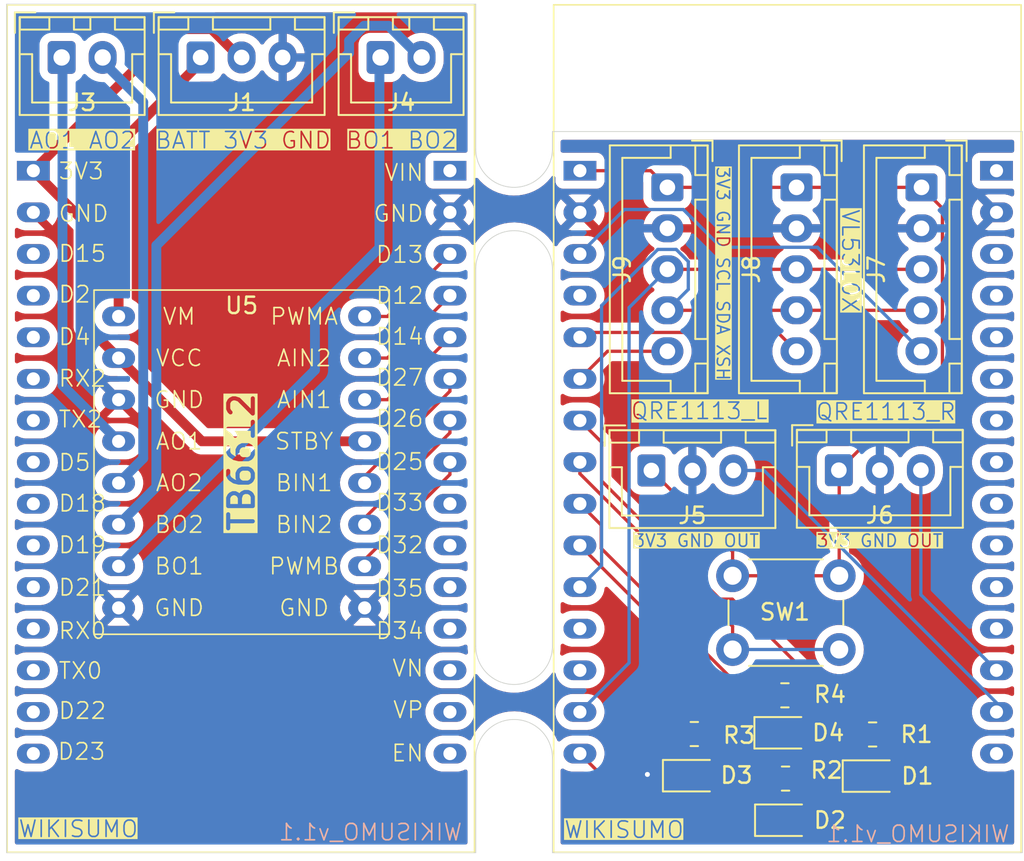
<source format=kicad_pcb>
(kicad_pcb (version 20221018) (generator pcbnew)
  (layers (0 "F.Cu" signal) (31 "B.Cu" signal) (34 "B.Paste" user) (35 "F.Paste" user) (36 "B.SilkS" user "B.Silkscreen") (37 "F.SilkS" user "F.Silkscreen") (38 "B.Mask" user) (39 "F.Mask" user) (44 "Edge.Cuts" user))
  (net 0 "")
  (net 1 "GND")
  (net 2 "TB6612-12V")
  (net 23 "TB6612-3V3")
  (net 24 "TB6612-AO1")
  (net 25 "TB6612-AO2")
  (net 26 "TB6612-BO1")
  (net 27 "TB6612-BO2")
  (net 28 "CON-3V3")
  (net 30 "QRE1113-L")
  (net 31 "QRE1113-R")
  (net 32 "CON-SCL")
  (net 34 "CON-SDA")
  (net 35 "VL53L0X-L")
  (net 36 "VL53L0X-C")
  (net 37 "VL53L0X-R")
  (net 38 "PIN-LED-L")
  (net 39 "PIN-LED-F")
  (net 40 "PIN-LED-R")
  (net 43 "PIN-LED-B")
  (net 44 "PIN-KEY")
  (net 46 "TB6612-PWMB")
  (net 47 "TB6612-BIN2")
  (net 58 "TB6612-BIN1")
  (net 60 "TB6612-AIN1")
  (net 61 "TB6612-AIN2")
  (net 62 "TB6612-PWMA")
  (net 63 "Net-(D1-A)")
  (net 64 "Net-(D2-A)")
  (net 65 "Net-(D3-A)")
  (net 66 "Net-(D4-A)")
  (footprint "LED_SMD:LED_0805_2012Metric_Pad1.15x1.40mm_HandSolder" (layer "F.Cu") (at 74.0696 72.4916)
    (fp_text reference "D1" (at 2.6892 0) (layer "F.SilkS"))
    (fp_text value "LED")
    (pad "1" smd roundrect (at -1.025 0) (size 1.15 1.4) (layers "F.Cu" "F.Paste" "F.Mask") (roundrect_rratio 0.2173913043) (net 1 "GND"))
    (pad "2" smd roundrect (at 1.025 0) (size 1.15 1.4) (layers "F.Cu" "F.Paste" "F.Mask") (roundrect_rratio 0.2173913043) (net 63 "Net-(D1-A)"))
  )
  (footprint "LED_SMD:LED_0805_2012Metric_Pad1.15x1.40mm_HandSolder" (layer "F.Cu") (at 68.6838 69.85)
    (fp_text reference "D4" (at 2.6394 0) (layer "F.SilkS"))
    (fp_text value "LED")
    (pad "1" smd roundrect (at -1.025 0) (size 1.15 1.4) (layers "F.Cu" "F.Paste" "F.Mask") (roundrect_rratio 0.2173913043) (net 1 "GND"))
    (pad "2" smd roundrect (at 1.025 0) (size 1.15 1.4) (layers "F.Cu" "F.Paste" "F.Mask") (roundrect_rratio 0.2173913043) (net 66 "Net-(D4-A)"))
  )
  (footprint "Connector_JST:JST_XH_B3B-XH-A_1x03_P2.50mm_Vertical" (layer "F.Cu") (at 71.9728 53.831)
    (fp_text reference "J6" (at 2.5 2.75) (layer "F.SilkS"))
    (fp_text value "Conn_01x03")
    (pad "1" thru_hole roundrect (at 0 0) (size 1.7 1.95) (drill 0.95) (layers "*.Cu" "*.Mask") (roundrect_rratio 0.1470588235) (net 28 "CON-3V3"))
    (pad "2" thru_hole oval (at 2.5 0) (size 1.7 1.95) (drill 0.95) (layers "*.Cu" "*.Mask") (net 1 "GND"))
    (pad "3" thru_hole oval (at 5 0) (size 1.7 1.95) (drill 0.95) (layers "*.Cu" "*.Mask") (net 31 "QRE1113-R"))
  )
  (footprint "Resistor_SMD:R_0805_2012Metric_Pad1.20x1.40mm_HandSolder" (layer "F.Cu") (at 68.723 72.644)
    (fp_text reference "R2" (at 2.4986 -0.508) (layer "F.SilkS"))
    (fp_text value "R")
    (pad "1" smd roundrect (at -1 0) (size 1.2 1.4) (layers "F.Cu" "F.Paste" "F.Mask") (roundrect_rratio 0.2083333333) (net 39 "PIN-LED-F"))
    (pad "2" smd roundrect (at 1 0) (size 1.2 1.4) (layers "F.Cu" "F.Paste" "F.Mask") (roundrect_rratio 0.2083333333) (net 64 "Net-(D2-A)"))
  )
  (footprint "Connector_JST:JST_XH_B3B-XH-A_1x03_P2.50mm_Vertical" (layer "F.Cu") (at 33.06 28.6512)
    (fp_text reference "J1" (at 2.5 2.75) (layer "F.SilkS"))
    (fp_text value "Conn_01x03")
    (pad "1" thru_hole roundrect (at 0 0) (size 1.7 1.95) (drill 0.95) (layers "*.Cu" "*.Mask") (roundrect_rratio 0.1470588235) (net 2 "TB6612-12V"))
    (pad "2" thru_hole oval (at 2.5 0) (size 1.7 1.95) (drill 0.95) (layers "*.Cu" "*.Mask") (net 23 "TB6612-3V3"))
    (pad "3" thru_hole oval (at 5 0) (size 1.7 1.95) (drill 0.95) (layers "*.Cu" "*.Mask") (net 1 "GND"))
  )
  (footprint "Connector_JST:JST_XH_B2B-XH-A_1x02_P2.50mm_Vertical" (layer "F.Cu") (at 44.0328 28.6512)
    (fp_text reference "J4" (at 1.25 2.75) (layer "F.SilkS"))
    (fp_text value "Conn_01x02")
    (pad "1" thru_hole roundrect (at 0 0) (size 1.7 2) (drill 1) (layers "*.Cu" "*.Mask") (roundrect_rratio 0.1470588235) (net 26 "TB6612-BO1"))
    (pad "2" thru_hole oval (at 2.5 0) (size 1.7 2) (drill 1) (layers "*.Cu" "*.Mask") (net 27 "TB6612-BO2"))
  )
  (footprint "Connector_JST:JST_XH_B5B-XH-A_1x05_P2.50mm_Vertical" (layer "F.Cu") (at 77.0128 36.576 -90)
    (fp_text reference "J7" (at 5 2.75 90) (layer "F.SilkS"))
    (fp_text value "Conn_01x05")
    (pad "1" thru_hole roundrect (at 0 0 270) (size 1.7 1.95) (drill 0.95) (layers "*.Cu" "*.Mask") (roundrect_rratio 0.1470588235) (net 28 "CON-3V3"))
    (pad "2" thru_hole oval (at 2.5 0 270) (size 1.7 1.95) (drill 0.95) (layers "*.Cu" "*.Mask") (net 1 "GND"))
    (pad "3" thru_hole oval (at 5 0 270) (size 1.7 1.95) (drill 0.95) (layers "*.Cu" "*.Mask") (net 32 "CON-SCL"))
    (pad "4" thru_hole oval (at 7.5 0 270) (size 1.7 1.95) (drill 0.95) (layers "*.Cu" "*.Mask") (net 34 "CON-SDA"))
    (pad "5" thru_hole oval (at 10 0 270) (size 1.7 1.95) (drill 0.95) (layers "*.Cu" "*.Mask") (net 35 "VL53L0X-L"))
  )
  (footprint "Resistor_SMD:R_0805_2012Metric_Pad1.20x1.40mm_HandSolder" (layer "F.Cu") (at 68.6838 67.564)
    (fp_text reference "R4" (at 2.741 -0.0508) (layer "F.SilkS"))
    (fp_text value "R")
    (pad "1" smd roundrect (at -1 0) (size 1.2 1.4) (layers "F.Cu" "F.Paste" "F.Mask") (roundrect_rratio 0.2083333333) (net 43 "PIN-LED-B"))
    (pad "2" smd roundrect (at 1 0) (size 1.2 1.4) (layers "F.Cu" "F.Paste" "F.Mask") (roundrect_rratio 0.2083333333) (net 66 "Net-(D4-A)"))
  )
  (footprint "Resistor_SMD:R_0805_2012Metric_Pad1.20x1.40mm_HandSolder" (layer "F.Cu") (at 74.0316 69.9516)
    (fp_text reference "R1" (at 2.6764 0) (layer "F.SilkS"))
    (fp_text value "R")
    (pad "1" smd roundrect (at -1 0) (size 1.2 1.4) (layers "F.Cu" "F.Paste" "F.Mask") (roundrect_rratio 0.2083333333) (net 38 "PIN-LED-L"))
    (pad "2" smd roundrect (at 1 0) (size 1.2 1.4) (layers "F.Cu" "F.Paste" "F.Mask") (roundrect_rratio 0.2083333333) (net 63 "Net-(D1-A)"))
  )
  (footprint "Button_Switch_THT:SW_PUSH_6mm_H5mm" (layer "F.Cu") (at 65.4948 60.27)
    (fp_text reference "SW1" (at 3.1868 2.214) (layer "F.SilkS"))
    (fp_text value "SW_DIP_x01")
    (pad "1" thru_hole circle (at 0 0 90) (size 2 2) (drill 1.1) (layers "*.Cu" "*.Mask") (net 28 "CON-3V3"))
    (pad "1" thru_hole circle (at 6.5 0 90) (size 2 2) (drill 1.1) (layers "*.Cu" "*.Mask") (net 28 "CON-3V3"))
    (pad "2" thru_hole circle (at 0 4.5 90) (size 2 2) (drill 1.1) (layers "*.Cu" "*.Mask") (net 44 "PIN-KEY"))
    (pad "2" thru_hole circle (at 6.5 4.5 90) (size 2 2) (drill 1.1) (layers "*.Cu" "*.Mask") (net 44 "PIN-KEY"))
  )
  (footprint "Connector_JST:JST_XH_B5B-XH-A_1x05_P2.50mm_Vertical" (layer "F.Cu") (at 69.3928 36.576 -90)
    (fp_text reference "J8" (at 5 2.75 90) (layer "F.SilkS"))
    (fp_text value "Conn_01x05")
    (pad "1" thru_hole roundrect (at 0 0 270) (size 1.7 1.95) (drill 0.95) (layers "*.Cu" "*.Mask") (roundrect_rratio 0.1470588235) (net 28 "CON-3V3"))
    (pad "2" thru_hole oval (at 2.5 0 270) (size 1.7 1.95) (drill 0.95) (layers "*.Cu" "*.Mask") (net 1 "GND"))
    (pad "3" thru_hole oval (at 5 0 270) (size 1.7 1.95) (drill 0.95) (layers "*.Cu" "*.Mask") (net 32 "CON-SCL"))
    (pad "4" thru_hole oval (at 7.5 0 270) (size 1.7 1.95) (drill 0.95) (layers "*.Cu" "*.Mask") (net 34 "CON-SDA"))
    (pad "5" thru_hole oval (at 10 0 270) (size 1.7 1.95) (drill 0.95) (layers "*.Cu" "*.Mask") (net 36 "VL53L0X-C"))
  )
  (footprint "wiki:TB6612" (layer "F.Cu") (at 35.56 53.34)
    (fp_text reference "U5" (at 0 -9.5504) (layer "F.SilkS"))
    (fp_text value "~" hide)
    (fp_text user "BIN2" (at 3.81 3.81) (layer "F.SilkS") (effects (font (thickness 0.1))))
    (fp_text user "AO2" (at -3.81 1.27) (layer "F.SilkS") (effects (font (thickness 0.1))))
    (fp_text user "AIN1" (at 3.81 -3.81) (layer "F.SilkS") (effects (font (thickness 0.1))))
    (fp_text user "BIN1" (at 3.81 1.27) (layer "F.SilkS") (effects (font (thickness 0.1))))
    (fp_text user "PWMB" (at 3.81 6.35) (layer "F.SilkS") (effects (font (thickness 0.1))))
    (fp_text user "GND" (at -3.81 8.89) (layer "F.SilkS") (effects (font (thickness 0.1))))
    (fp_text user "PWMA" (at 3.81 -8.89 unlocked) (layer "F.SilkS") (effects (font (thickness 0.1))))
    (fp_text user "GND" (at 3.81 8.89) (layer "F.SilkS") (effects (font (thickness 0.1))))
    (fp_text user "GND" (at -3.81 -3.81) (layer "F.SilkS") (effects (font (thickness 0.1))))
    (fp_text user "VM" (at -3.81 -8.89) (layer "F.SilkS") (effects (font (thickness 0.1))))
    (fp_text user "STBY" (at 3.81 -1.27) (layer "F.SilkS") (effects (font (thickness 0.1))))
    (fp_text user "AIN2" (at 3.81 -6.35) (layer "F.SilkS") (effects (font (thickness 0.1))))
    (fp_text user "BO1" (at -3.81 6.35) (layer "F.SilkS") (effects (font (thickness 0.1))))
    (fp_text user "TB6612" (at 0 0 90) (layer "F.SilkS" knockout) (effects (font (size 1.5 1.5) (thickness 0.25))))
    (fp_text user "VCC" (at -3.81 -6.35) (layer "F.SilkS") (effects (font (thickness 0.1))))
    (fp_text user "AO1" (at -3.81 -1.27) (layer "F.SilkS") (effects (font (thickness 0.1))))
    (fp_text user "BO2" (at -3.81 3.81) (layer "F.SilkS") (effects (font (thickness 0.1))))
    (pad "1" thru_hole oval (at -7.5 -8.89 270) (size 1.2 2) (drill 0.8) (layers "*.Cu" "*.Mask") (net 2 "TB6612-12V"))
    (pad "2" thru_hole oval (at -7.5 -6.35 270) (size 1.2 2) (drill 0.8) (layers "*.Cu" "*.Mask") (net 23 "TB6612-3V3"))
    (pad "3" thru_hole oval (at -7.5 -3.81 270) (size 1.2 2) (drill 0.8) (layers "*.Cu" "*.Mask") (net 1 "GND"))
    (pad "4" thru_hole oval (at -7.5 -1.27 270) (size 1.2 2) (drill 0.8) (layers "*.Cu" "*.Mask") (net 24 "TB6612-AO1"))
    (pad "5" thru_hole oval (at -7.5 1.27 270) (size 1.2 2) (drill 0.8) (layers "*.Cu" "*.Mask") (net 25 "TB6612-AO2"))
    (pad "6" thru_hole oval (at -7.5 3.81 270) (size 1.2 2) (drill 0.8) (layers "*.Cu" "*.Mask") (net 27 "TB6612-BO2"))
    (pad "7" thru_hole oval (at -7.5 6.35 270) (size 1.2 2) (drill 0.8) (layers "*.Cu" "*.Mask") (net 26 "TB6612-BO1"))
    (pad "8" thru_hole oval (at -7.5 8.89 270) (size 1.2 2) (drill 0.8) (layers "*.Cu" "*.Mask") (net 1 "GND"))
    (pad "9" thru_hole oval (at 7.5 -8.89 270) (size 1.2 2) (drill 0.8) (layers "*.Cu" "*.Mask") (net 62 "TB6612-PWMA"))
    (pad "10" thru_hole oval (at 7.5 -6.35 270) (size 1.2 2) (drill 0.8) (layers "*.Cu" "*.Mask") (net 61 "TB6612-AIN2"))
    (pad "11" thru_hole oval (at 7.5 -3.81 270) (size 1.2 2) (drill 0.8) (layers "*.Cu" "*.Mask") (net 60 "TB6612-AIN1"))
    (pad "12" thru_hole oval (at 7.5 -1.27 270) (size 1.2 2) (drill 0.8) (layers "*.Cu" "*.Mask") (net 23 "TB6612-3V3"))
    (pad "13" thru_hole oval (at 7.5 1.27 270) (size 1.2 2) (drill 0.8) (layers "*.Cu" "*.Mask") (net 58 "TB6612-BIN1"))
    (pad "14" thru_hole oval (at 7.5 3.81 270) (size 1.2 2) (drill 0.8) (layers "*.Cu" "*.Mask") (net 47 "TB6612-BIN2"))
    (pad "15" thru_hole oval (at 7.5 6.35 270) (size 1.2 2) (drill 0.8) (layers "*.Cu" "*.Mask") (net 46 "TB6612-PWMB"))
    (pad "16" thru_hole oval (at 7.5 8.89 270) (size 1.2 2) (drill 0.8) (layers "*.Cu" "*.Mask") (net 1 "GND"))
  )
  (footprint "Resistor_SMD:R_0805_2012Metric_Pad1.20x1.40mm_HandSolder" (layer "F.Cu") (at 63.1604 69.9262)
    (fp_text reference "R3" (at 2.7272 0.0762) (layer "F.SilkS"))
    (fp_text value "R")
    (pad "1" smd roundrect (at -1 0) (size 1.2 1.4) (layers "F.Cu" "F.Paste" "F.Mask") (roundrect_rratio 0.2083333333) (net 40 "PIN-LED-R"))
    (pad "2" smd roundrect (at 1 0) (size 1.2 1.4) (layers "F.Cu" "F.Paste" "F.Mask") (roundrect_rratio 0.2083333333) (net 65 "Net-(D3-A)"))
  )
  (footprint "LED_SMD:LED_0805_2012Metric_Pad1.15x1.40mm_HandSolder" (layer "F.Cu") (at 63.1064 72.4662)
    (fp_text reference "D3" (at 2.6288 -0.0254) (layer "F.SilkS"))
    (fp_text value "LED")
    (pad "1" smd roundrect (at -1.025 0) (size 1.15 1.4) (layers "F.Cu" "F.Paste" "F.Mask") (roundrect_rratio 0.2173913043) (net 1 "GND"))
    (pad "2" smd roundrect (at 1.025 0) (size 1.15 1.4) (layers "F.Cu" "F.Paste" "F.Mask") (roundrect_rratio 0.2173913043) (net 65 "Net-(D3-A)"))
  )
  (footprint "Connector_JST:JST_XH_B2B-XH-A_1x02_P2.50mm_Vertical" (layer "F.Cu") (at 24.5872 28.6512)
    (fp_text reference "J3" (at 1.25 2.75) (layer "F.SilkS"))
    (fp_text value "Conn_01x02")
    (pad "1" thru_hole roundrect (at 0 0) (size 1.7 2) (drill 1) (layers "*.Cu" "*.Mask") (roundrect_rratio 0.1470588235) (net 24 "TB6612-AO1"))
    (pad "2" thru_hole oval (at 2.5 0) (size 1.7 2) (drill 1) (layers "*.Cu" "*.Mask") (net 25 "TB6612-AO2"))
  )
  (footprint "Connector_JST:JST_XH_B3B-XH-A_1x03_P2.50mm_Vertical" (layer "F.Cu") (at 60.5428 53.848)
    (fp_text reference "J5" (at 2.5 2.75) (layer "F.SilkS"))
    (fp_text value "Conn_01x03")
    (pad "1" thru_hole roundrect (at 0 0) (size 1.7 1.95) (drill 0.95) (layers "*.Cu" "*.Mask") (roundrect_rratio 0.1470588235) (net 28 "CON-3V3"))
    (pad "2" thru_hole oval (at 2.5 0) (size 1.7 1.95) (drill 0.95) (layers "*.Cu" "*.Mask") (net 1 "GND"))
    (pad "3" thru_hole oval (at 5 0) (size 1.7 1.95) (drill 0.95) (layers "*.Cu" "*.Mask") (net 30 "QRE1113-L"))
  )
  (footprint "wiki:ESP32_DEVKITV1" (layer "F.Cu") (at 68.8848 53.34)
    (fp_text reference "U2" hide)
    (fp_text value "~")
    (pad "1" thru_hole rect (at -12.7 -17.78 270) (size 1.2 2) (drill 0.8) (layers "*.Cu" "*.Mask") (net 28 "CON-3V3"))
    (pad "2" thru_hole oval (at -12.7 -15.24 270) (size 1.2 2) (drill 0.8) (layers "*.Cu" "*.Mask") (net 1 "GND"))
    (pad "3" thru_hole oval (at -12.7 -12.7 270) (size 1.2 2) (drill 0.8) (layers "*.Cu" "*.Mask") (net 35 "VL53L0X-L"))
    (pad "4" thru_hole oval (at -12.7 -10.16 270) (size 1.2 2) (drill 0.8) (layers "*.Cu" "*.Mask"))
    (pad "5" thru_hole oval (at -12.7 -7.62 270) (size 1.2 2) (drill 0.8) (layers "*.Cu" "*.Mask") (net 36 "VL53L0X-C"))
    (pad "6" thru_hole oval (at -12.7 -5.08 270) (size 1.2 2) (drill 0.8) (layers "*.Cu" "*.Mask") (net 37 "VL53L0X-R"))
    (pad "7" thru_hole oval (at -12.7 -2.54 270) (size 1.2 2) (drill 0.8) (layers "*.Cu" "*.Mask") (net 38 "PIN-LED-L"))
    (pad "8" thru_hole oval (at -12.7 0 270) (size 1.2 2) (drill 0.8) (layers "*.Cu" "*.Mask") (net 44 "PIN-KEY"))
    (pad "9" thru_hole oval (at -12.7 2.54 270) (size 1.2 2) (drill 0.8) (layers "*.Cu" "*.Mask") (net 43 "PIN-LED-B"))
    (pad "10" thru_hole oval (at -12.7 5.08 270) (size 1.2 2) (drill 0.8) (layers "*.Cu" "*.Mask") (net 40 "PIN-LED-R"))
    (pad "11" thru_hole oval (at -12.7 7.62 270) (size 1.2 2) (drill 0.8) (layers "*.Cu" "*.Mask") (net 34 "CON-SDA"))
    (pad "12" thru_hole oval (at -12.7 10.16 270) (size 1.2 2) (drill 0.8) (layers "*.Cu" "*.Mask"))
    (pad "13" thru_hole oval (at -12.7 12.7 270) (size 1.2 2) (drill 0.8) (layers "*.Cu" "*.Mask"))
    (pad "14" thru_hole oval (at -12.7 15.24 270) (size 1.2 2) (drill 0.8) (layers "*.Cu" "*.Mask") (net 32 "CON-SCL"))
    (pad "15" thru_hole oval (at -12.7 17.78 270) (size 1.2 2) (drill 0.8) (layers "*.Cu" "*.Mask") (net 39 "PIN-LED-F"))
    (pad "16" thru_hole oval (at 12.7 17.78 270) (size 1.2 2) (drill 0.8) (layers "*.Cu" "*.Mask"))
    (pad "17" thru_hole oval (at 12.7 15.24 270) (size 1.2 2) (drill 0.8) (layers "*.Cu" "*.Mask") (net 30 "QRE1113-L"))
    (pad "18" thru_hole oval (at 12.7 12.7 270) (size 1.2 2) (drill 0.8) (layers "*.Cu" "*.Mask") (net 31 "QRE1113-R"))
    (pad "19" thru_hole oval (at 12.7 10.16 270) (size 1.2 2) (drill 0.8) (layers "*.Cu" "*.Mask"))
    (pad "20" thru_hole oval (at 12.7 7.62 270) (size 1.2 2) (drill 0.8) (layers "*.Cu" "*.Mask"))
    (pad "21" thru_hole oval (at 12.7 5.08 270) (size 1.2 2) (drill 0.8) (layers "*.Cu" "*.Mask"))
    (pad "22" thru_hole oval (at 12.7 2.54 270) (size 1.2 2) (drill 0.8) (layers "*.Cu" "*.Mask"))
    (pad "23" thru_hole oval (at 12.7 0 270) (size 1.2 2) (drill 0.8) (layers "*.Cu" "*.Mask"))
    (pad "24" thru_hole oval (at 12.7 -2.54 270) (size 1.2 2) (drill 0.8) (layers "*.Cu" "*.Mask"))
    (pad "25" thru_hole oval (at 12.7 -5.08 270) (size 1.2 2) (drill 0.8) (layers "*.Cu" "*.Mask"))
    (pad "26" thru_hole oval (at 12.7 -7.62 270) (size 1.2 2) (drill 0.8) (layers "*.Cu" "*.Mask"))
    (pad "27" thru_hole oval (at 12.7 -10.16 270) (size 1.2 2) (drill 0.8) (layers "*.Cu" "*.Mask"))
    (pad "28" thru_hole oval (at 12.7 -12.7 270) (size 1.2 2) (drill 0.8) (layers "*.Cu" "*.Mask"))
    (pad "29" thru_hole oval (at 12.7 -15.24 270) (size 1.2 2) (drill 0.8) (layers "*.Cu" "*.Mask") (net 1 "GND"))
    (pad "30" thru_hole rect (at 12.7 -17.78 270) (size 1.2 2) (drill 0.8) (layers "*.Cu" "*.Mask"))
  )
  (footprint "LED_SMD:LED_0805_2012Metric_Pad1.15x1.40mm_HandSolder" (layer "F.Cu") (at 68.723 75.184)
    (fp_text reference "D2" (at 2.7018 0) (layer "F.SilkS"))
    (fp_text value "LED")
    (pad "1" smd roundrect (at -1.025 0) (size 1.15 1.4) (layers "F.Cu" "F.Paste" "F.Mask") (roundrect_rratio 0.2173913043) (net 1 "GND"))
    (pad "2" smd roundrect (at 1.025 0) (size 1.15 1.4) (layers "F.Cu" "F.Paste" "F.Mask") (roundrect_rratio 0.2173913043) (net 64 "Net-(D2-A)"))
  )
  (footprint "wiki:ESP32_DEVKITV1" (layer "F.Cu") (at 35.56 53.34)
    (fp_text reference "U1" hide)
    (fp_text value "~")
    (fp_text user "D19" (at -11.2268 5.6388) (layer "F.SilkS") (effects (font (thickness 0.1)) (justify left bottom)))
    (fp_text user "D2" (at -11.2268 -9.652) (layer "F.SilkS") (effects (font (thickness 0.1)) (justify left bottom)))
    (fp_text user "D4" (at -11.2268 -7.0612) (layer "F.SilkS") (effects (font (thickness 0.1)) (justify left bottom)))
    (fp_text user "D23" (at -11.2776 18.2372) (layer "F.SilkS") (effects (font (thickness 0.1)) (justify left bottom)))
    (fp_text user "D21" (at -11.2268 8.2296) (layer "F.SilkS") (effects (font (thickness 0.1)) (justify left bottom)))
    (fp_text user "D14" (at 8.118457 -7.079345) (layer "F.SilkS") (effects (font (thickness 0.1)) (justify left bottom)))
    (fp_text user "D18" (at -11.2268 3.0988) (layer "F.SilkS") (effects (font (thickness 0.1)) (justify left bottom)))
    (fp_text user "3V3" (at -11.2268 -17.1704) (layer "F.SilkS") (effects (font (thickness 0.1)) (justify left bottom)))
    (fp_text user "RX0" (at -11.2268 10.8712) (layer "F.SilkS") (effects (font (thickness 0.1)) (justify left bottom)))
    (fp_text user "RX2" (at -11.2268 -4.5212) (layer "F.SilkS") (effects (font (thickness 0.1)) (justify left bottom)))
    (fp_text user "EN" (at 9.070838 18.3388) (layer "F.SilkS") (effects (font (thickness 0.1)) (justify left bottom)))
    (fp_text user "TX2" (at -11.2268 -2.032) (layer "F.SilkS") (effects (font (thickness 0.1)) (justify left bottom)))
    (fp_text user "D5" (at -11.2268 0.6096) (layer "F.SilkS") (effects (font (thickness 0.1)) (justify left bottom)))
    (fp_text user "D12" (at 8.118457 -9.57943) (layer "F.SilkS") (effects (font (thickness 0.1)) (justify left bottom)))
    (fp_text user "TX0" (at -11.2268 13.3096) (layer "F.SilkS") (effects (font (thickness 0.1)) (justify left bottom)))
    (fp_text user "VP" (at 9.166076 15.6972) (layer "F.SilkS") (effects (font (thickness 0.1)) (justify left bottom)))
    (fp_text user "VN" (at 9.118457 13.1572) (layer "F.SilkS") (effects (font (thickness 0.1)) (justify left bottom)))
    (fp_text user "GND" (at 7.9756 -14.5796) (layer "F.SilkS") (effects (font (thickness 0.1)) (justify left bottom)))
    (fp_text user "D22" (at -11.2268 15.748) (layer "F.SilkS") (effects (font (thickness 0.1)) (justify left bottom)))
    (fp_text user "D32" (at 8.118457 5.6388) (layer "F.SilkS") (effects (font (thickness 0.1)) (justify left bottom)))
    (fp_text user "D13" (at 8.118457 -12.079515) (layer "F.SilkS") (effects (font (thickness 0.1)) (justify left bottom)))
    (fp_text user "VIN" (at 8.642267 -17.079685) (layer "F.SilkS") (effects (font (thickness 0.1)) (justify left bottom)))
    (fp_text user "D34" (at 8.118457 10.8712) (layer "F.SilkS") (effects (font (thickness 0.1)) (justify left bottom)))
    (fp_text user "D35" (at 8.118457 8.2804) (layer "F.SilkS") (effects (font (thickness 0.1)) (justify left bottom)))
    (fp_text user "D27" (at 8.118457 -4.57926) (layer "F.SilkS") (effects (font (thickness 0.1)) (justify left bottom)))
    (fp_text user "D15" (at -11.2268 -12.1412) (layer "F.SilkS") (effects (font (thickness 0.1)) (justify left bottom)))
    (fp_text user "GND" (at -11.2268 -14.5796) (layer "F.SilkS") (effects (font (thickness 0.1)) (justify left bottom)))
    (fp_text user "D26" (at 8.118457 -2.079175) (layer "F.SilkS") (effects (font (thickness 0.1)) (justify left bottom)))
    (fp_text user "D33" (at 8.118457 3.048) (layer "F.SilkS") (effects (font (thickness 0.1)) (justify left bottom)))
    (fp_text user "D25" (at 8.118457 0.5588) (layer "F.SilkS") (effects (font (thickness 0.1)) (justify left bottom)))
    (pad "1" thru_hole rect (at -12.7 -17.78 270) (size 1.2 2) (drill 0.8) (layers "*.Cu" "*.Mask") (net 23 "TB6612-3V3"))
    (pad "2" thru_hole oval (at -12.7 -15.24 270) (size 1.2 2) (drill 0.8) (layers "*.Cu" "*.Mask") (net 1 "GND"))
    (pad "3" thru_hole oval (at -12.7 -12.7 270) (size 1.2 2) (drill 0.8) (layers "*.Cu" "*.Mask"))
    (pad "4" thru_hole oval (at -12.7 -10.16 270) (size 1.2 2) (drill 0.8) (layers "*.Cu" "*.Mask"))
    (pad "5" thru_hole oval (at -12.7 -7.62 270) (size 1.2 2) (drill 0.8) (layers "*.Cu" "*.Mask"))
    (pad "6" thru_hole oval (at -12.7 -5.08 270) (size 1.2 2) (drill 0.8) (layers "*.Cu" "*.Mask"))
    (pad "7" thru_hole oval (at -12.7 -2.54 270) (size 1.2 2) (drill 0.8) (layers "*.Cu" "*.Mask"))
    (pad "8" thru_hole oval (at -12.7 0 270) (size 1.2 2) (drill 0.8) (layers "*.Cu" "*.Mask"))
    (pad "9" thru_hole oval (at -12.7 2.54 270) (size 1.2 2) (drill 0.8) (layers "*.Cu" "*.Mask"))
    (pad "10" thru_hole oval (at -12.7 5.08 270) (size 1.2 2) (drill 0.8) (layers "*.Cu" "*.Mask"))
    (pad "11" thru_hole oval (at -12.7 7.62 270) (size 1.2 2) (drill 0.8) (layers "*.Cu" "*.Mask"))
    (pad "12" thru_hole oval (at -12.7 10.16 270) (size 1.2 2) (drill 0.8) (layers "*.Cu" "*.Mask"))
    (pad "13" thru_hole oval (at -12.7 12.7 270) (size 1.2 2) (drill 0.8) (layers "*.Cu" "*.Mask"))
    (pad "14" thru_hole oval (at -12.7 15.24 270) (size 1.2 2) (drill 0.8) (layers "*.Cu" "*.Mask"))
    (pad "15" thru_hole oval (at -12.7 17.78 270) (size 1.2 2) (drill 0.8) (layers "*.Cu" "*.Mask"))
    (pad "16" thru_hole oval (at 12.7 17.78 270) (size 1.2 2) (drill 0.8) (layers "*.Cu" "*.Mask"))
    (pad "17" thru_hole oval (at 12.7 15.24 270) (size 1.2 2) (drill 0.8) (layers "*.Cu" "*.Mask"))
    (pad "18" thru_hole oval (at 12.7 12.7 270) (size 1.2 2) (drill 0.8) (layers "*.Cu" "*.Mask"))
    (pad "19" thru_hole oval (at 12.7 10.16 270) (size 1.2 2) (drill 0.8) (layers "*.Cu" "*.Mask"))
    (pad "20" thru_hole oval (at 12.7 7.62 270) (size 1.2 2) (drill 0.8) (layers "*.Cu" "*.Mask"))
    (pad "21" thru_hole oval (at 12.7 5.08 270) (size 1.2 2) (drill 0.8) (layers "*.Cu" "*.Mask"))
    (pad "22" thru_hole oval (at 12.7 2.54 270) (size 1.2 2) (drill 0.8) (layers "*.Cu" "*.Mask"))
    (pad "23" thru_hole oval (at 12.7 0 270) (size 1.2 2) (drill 0.8) (layers "*.Cu" "*.Mask") (net 46 "TB6612-PWMB"))
    (pad "24" thru_hole oval (at 12.7 -2.54 270) (size 1.2 2) (drill 0.8) (layers "*.Cu" "*.Mask") (net 47 "TB6612-BIN2"))
    (pad "25" thru_hole oval (at 12.7 -5.08 270) (size 1.2 2) (drill 0.8) (layers "*.Cu" "*.Mask") (net 58 "TB6612-BIN1"))
    (pad "26" thru_hole oval (at 12.7 -7.62 270) (size 1.2 2) (drill 0.8) (layers "*.Cu" "*.Mask") (net 60 "TB6612-AIN1"))
    (pad "27" thru_hole oval (at 12.7 -10.16 270) (size 1.2 2) (drill 0.8) (layers "*.Cu" "*.Mask") (net 61 "TB6612-AIN2"))
    (pad "28" thru_hole oval (at 12.7 -12.7 270) (size 1.2 2) (drill 0.8) (layers "*.Cu" "*.Mask") (net 62 "TB6612-PWMA"))
    (pad "29" thru_hole oval (at 12.7 -15.24 270) (size 1.2 2) (drill 0.8) (layers "*.Cu" "*.Mask") (net 1 "GND"))
    (pad "30" thru_hole rect (at 12.7 -17.78 270) (size 1.2 2) (drill 0.8) (layers "*.Cu" "*.Mask"))
  )
  (footprint "Connector_JST:JST_XH_B5B-XH-A_1x05_P2.50mm_Vertical" (layer "F.Cu") (at 61.5188 36.576 -90)
    (fp_text reference "J9" (at 5 2.75 90) (layer "F.SilkS"))
    (fp_text value "Conn_01x05")
    (pad "1" thru_hole roundrect (at 0 0 270) (size 1.7 1.95) (drill 0.95) (layers "*.Cu" "*.Mask") (roundrect_rratio 0.1470588235) (net 28 "CON-3V3"))
    (pad "2" thru_hole oval (at 2.5 0 270) (size 1.7 1.95) (drill 0.95) (layers "*.Cu" "*.Mask") (net 1 "GND"))
    (pad "3" thru_hole oval (at 5 0 270) (size 1.7 1.95) (drill 0.95) (layers "*.Cu" "*.Mask") (net 32 "CON-SCL"))
    (pad "4" thru_hole oval (at 7.5 0 270) (size 1.7 1.95) (drill 0.95) (layers "*.Cu" "*.Mask") (net 34 "CON-SDA"))
    (pad "5" thru_hole oval (at 10 0 270) (size 1.7 1.95) (drill 0.95) (layers "*.Cu" "*.Mask") (net 37 "VL53L0X-R"))
  )
  (gr_arc (start 54.5084 34.289586) (mid 52.146198 36.576) (end 49.834248 34.238786) (stroke (width 0.05)) (layer "Edge.Cuts"))
  (gr_arc (start 54.5084 64.6176) (mid 52.146198 66.904014) (end 49.834248 64.5668) (stroke (width 0.05)) (layer "Edge.Cuts"))
  (gr_line (start 49.8348 25.4) (end 49.834248 34.238786) (stroke (width 0.05)) (layer "Edge.Cuts"))
  (gr_line (start 83.1596 77.1652) (end 54.5084 77.1652) (stroke (width 0.05)) (layer "Edge.Cuts"))
  (gr_line (start 49.8348 77.1652) (end 21.2344 77.1652) (stroke (width 0.05)) (layer "Edge.Cuts"))
  (gr_line (start 21.2344 25.4) (end 49.8348 25.4) (stroke (width 0.05)) (layer "Edge.Cuts"))
  (gr_line (start 49.834248 64.5668) (end 49.8348 41.5036) (stroke (width 0.05)) (layer "Edge.Cuts"))
  (gr_line (start 83.1596 33.1724) (end 83.1596 77.1652) (stroke (width 0.05)) (layer "Edge.Cuts"))
  (gr_line (start 49.834812 71.323056) (end 49.8348 77.1652) (stroke (width 0.05)) (layer "Edge.Cuts"))
  (gr_arc (start 49.8348 41.5036) (mid 52.197002 39.217186) (end 54.508952 41.5544) (stroke (width 0.05)) (layer "Edge.Cuts"))
  (gr_line (start 54.5084 34.289586) (end 54.5084 33.1724) (stroke (width 0.05)) (layer "Edge.Cuts"))
  (gr_line (start 54.508952 41.5544) (end 54.5084 64.6176) (stroke (width 0.05)) (layer "Edge.Cuts"))
  (gr_line (start 54.5084 33.1724) (end 83.1596 33.1724) (stroke (width 0.05)) (layer "Edge.Cuts"))
  (gr_line (start 21.2344 77.1652) (end 21.2344 25.4) (stroke (width 0.05)) (layer "Edge.Cuts"))
  (gr_line (start 54.5084 77.1652) (end 54.508952 71.374414) (stroke (width 0.05)) (layer "Edge.Cuts"))
  (gr_arc (start 49.834812 71.323056) (mid 52.197281 69.037203) (end 54.508952 71.374414) (stroke (width 0.05)) (layer "Edge.Cuts"))
  (gr_text "WIKISUMO_v1.1" (at 49.0728 76.5048) (layer "B.SilkS") (effects (font (size 1 1) (thickness 0.1)) (justify left bottom mirror)))
  (gr_text "WIKISUMO_v1.1" (at 82.4484 76.6064) (layer "B.SilkS") (effects (font (size 1 1) (thickness 0.1)) (justify left bottom mirror)))
  (gr_text "AO1 AO2" (at 22.5552 34.29) (layer "F.SilkS" knockout) (effects (font (size 1 1) (thickness 0.1)) (justify left bottom)))
  (gr_text "BO1 BO2" (at 41.8592 34.29) (layer "F.SilkS" knockout) (effects (font (size 1 1) (thickness 0.1)) (justify left bottom)))
  (gr_text "WIKISUMO\n" (at 21.8948 76.3016) (layer "F.SilkS" knockout) (effects (font (size 1 1) (thickness 0.1)) (justify left bottom)))
  (gr_text "3V3 GND OUT" (at 70.5612 58.5724) (layer "F.SilkS" knockout) (effects (font (size 0.75 0.75) (thickness 0.1)) (justify left bottom)))
  (gr_text "BATT 3V3 GND" (at 30.226 34.29) (layer "F.SilkS" knockout) (effects (font (size 1 1) (thickness 0.1)) (justify left bottom)))
  (gr_text "QRE1113_R\n" (at 70.5104 50.8508) (layer "F.SilkS" knockout) (effects (font (size 1 1) (thickness 0.1)) (justify left bottom)))
  (gr_text "3V3 GND SCL SDA XSH" (at 64.4652 35.2552 270) (layer "F.SilkS" knockout) (effects (font (size 0.75 0.75) (thickness 0.1)) (justify left bottom)))
  (gr_text "VL53L0X" (at 72.0852 37.846 270) (layer "F.SilkS" knockout) (effects (font (size 1 1) (thickness 0.1)) (justify left bottom)))
  (gr_text "WIKISUMO" (at 55.1688 76.3524) (layer "F.SilkS" knockout) (effects (font (size 1 1) (thickness 0.1)) (justify left bottom)))
  (gr_text "QRE1113_L" (at 59.2328 50.8) (layer "F.SilkS" knockout) (effects (font (size 1 1) (thickness 0.1)) (justify left bottom)))
  (gr_text "3V3 GND OUT" (at 59.3852 58.5724) (layer "F.SilkS" knockout) (effects (font (size 0.75 0.75) (thickness 0.1)) (justify left bottom)))
  (via (at 60.2996 72.39) (size 0.6) (drill 0.3) (layers "F.Cu" "B.Cu") (net 1))
  (segment (start 28.06 44.45) (end 28.06 33.956) (width 0.6) (layer "F.Cu") (net 2))
  (segment (start 28.06 33.956) (end 33.06 28.956) (width 0.6) (layer "F.Cu") (net 2))
  (segment (start 33.725388 26.924) (end 35.56 28.758612) (width 0.6) (layer "F.Cu") (net 23))
  (segment (start 28.06 46.99) (end 26.1112 45.0412) (width 0.6) (layer "F.Cu") (net 23))
  (segment (start 35.56 28.758612) (end 35.56 28.956) (width 0.6) (layer "F.Cu") (net 23))
  (segment (start 26.1112 45.0412) (end 26.1112 38.8112) (width 0.6) (layer "F.Cu") (net 23))
  (segment (start 31.496 26.924) (end 33.725388 26.924) (width 0.6) (layer "F.Cu") (net 23))
  (segment (start 33.14 52.07) (end 28.06 46.99) (width 0.6) (layer "F.Cu") (net 23))
  (segment (start 22.86 35.56) (end 31.496 26.924) (width 0.6) (layer "F.Cu") (net 23))
  (segment (start 26.1112 38.8112) (end 22.86 35.56) (width 0.6) (layer "F.Cu") (net 23))
  (segment (start 43.06 52.07) (end 33.14 52.07) (width 0.6) (layer "F.Cu") (net 23))
  (segment (start 28.06 52.07) (end 24.638 48.648) (width 0.6) (layer "B.Cu") (net 24))
  (segment (start 24.638 48.648) (end 24.638 28.956) (width 0.6) (layer "B.Cu") (net 24))
  (segment (start 29.56 53.11) (end 29.56 31.378) (width 0.6) (layer "B.Cu") (net 25))
  (segment (start 29.56 31.378) (end 27.138 28.956) (width 0.6) (layer "B.Cu") (net 25))
  (segment (start 28.06 54.61) (end 29.56 53.11) (width 0.6) (layer "B.Cu") (net 25))
  (segment (start 43.962 40.2644) (end 43.962 28.939) (width 0.6) (layer "B.Cu") (net 26))
  (segment (start 40.0304 44.196) (end 43.962 40.2644) (width 0.6) (layer "B.Cu") (net 26))
  (segment (start 28.06 59.69) (end 40.0304 47.7196) (width 0.6) (layer "B.Cu") (net 26))
  (segment (start 40.0304 47.7196) (end 40.0304 44.196) (width 0.6) (layer "B.Cu") (net 26))
  (segment (start 28.06 57.15) (end 30.36 54.85) (width 0.6) (layer "B.Cu") (net 27))
  (segment (start 42.1132 27.6352) (end 43.0276 26.7208) (width 0.6) (layer "B.Cu") (net 27))
  (segment (start 30.36 54.85) (end 30.36 40.123412) (width 0.6) (layer "B.Cu") (net 27))
  (segment (start 42.1132 28.370212) (end 42.1132 27.6352) (width 0.6) (layer "B.Cu") (net 27))
  (segment (start 46.462 28.662812) (end 46.462 28.939) (width 0.6) (layer "B.Cu") (net 27))
  (segment (start 43.0276 26.7208) (end 44.519988 26.7208) (width 0.6) (layer "B.Cu") (net 27))
  (segment (start 30.36 40.123412) (end 42.1132 28.370212) (width 0.6) (layer "B.Cu") (net 27))
  (segment (start 44.519988 26.7208) (end 46.462 28.662812) (width 0.6) (layer "B.Cu") (net 27))
  (segment (start 77.0128 36.576) (end 78.2878 37.851) (width 0.2) (layer "F.Cu") (net 28))
  (segment (start 61.5188 36.576) (end 69.3928 36.576) (width 0.2) (layer "F.Cu") (net 28))
  (segment (start 78.2878 47.516) (end 71.9728 53.831) (width 0.2) (layer "F.Cu") (net 28))
  (segment (start 60.5028 35.56) (end 61.5188 36.576) (width 0.2) (layer "F.Cu") (net 28))
  (segment (start 65.4948 60.27) (end 71.9948 60.27) (width 0.2) (layer "F.Cu") (net 28))
  (segment (start 69.3928 36.576) (end 77.0128 36.576) (width 0.2) (layer "F.Cu") (net 28))
  (segment (start 71.9948 60.27) (end 71.9948 53.853) (width 0.2) (layer "F.Cu") (net 28))
  (segment (start 56.1848 35.56) (end 60.5028 35.56) (width 0.2) (layer "F.Cu") (net 28))
  (segment (start 65.4948 60.27) (end 65.4948 58.8) (width 0.2) (layer "F.Cu") (net 28))
  (segment (start 65.4948 58.8) (end 60.5428 53.848) (width 0.2) (layer "F.Cu") (net 28))
  (segment (start 71.9948 53.853) (end 71.9728 53.831) (width 0.2) (layer "F.Cu") (net 28))
  (segment (start 78.2878 37.851) (end 78.2878 47.516) (width 0.2) (layer "F.Cu") (net 28))
  (segment (start 81.534 68.021522) (end 81.534 68.58) (width 0.2) (layer "B.Cu") (net 30))
  (segment (start 65.5428 53.848) (end 67.411278 53.848) (width 0.2) (layer "B.Cu") (net 30))
  (segment (start 67.411278 53.848) (end 81.5848 68.021522) (width 0.2) (layer "B.Cu") (net 30))
  (segment (start 76.9728 53.831) (end 76.9728 61.428) (width 0.2) (layer "B.Cu") (net 31))
  (segment (start 76.9728 61.428) (end 81.5848 66.04) (width 0.2) (layer "B.Cu") (net 31))
  (segment (start 69.3928 41.576) (end 77.0128 41.576) (width 0.2) (layer "F.Cu") (net 32))
  (segment (start 61.5188 41.576) (end 69.3928 41.576) (width 0.2) (layer "F.Cu") (net 32))
  (segment (start 59.182 65.5828) (end 56.1848 68.58) (width 0.2) (layer "B.Cu") (net 32))
  (segment (start 59.182 43.9128) (end 59.182 65.5828) (width 0.2) (layer "B.Cu") (net 32))
  (segment (start 61.5188 41.576) (end 59.182 43.9128) (width 0.2) (layer "B.Cu") (net 32))
  (segment (start 61.5188 44.076) (end 69.3928 44.076) (width 0.2) (layer "F.Cu") (net 34))
  (segment (start 69.3928 44.076) (end 77.0128 44.076) (width 0.2) (layer "F.Cu") (net 34))
  (segment (start 62.054746 40.3606) (end 60.9346 40.3606) (width 0.2) (layer "B.Cu") (net 34))
  (segment (start 60.9346 40.3606) (end 57.5056 43.7896) (width 0.2) (layer "B.Cu") (net 34))
  (segment (start 57.5056 43.7896) (end 57.5056 59.6392) (width 0.2) (layer "B.Cu") (net 34))
  (segment (start 62.7938 42.801) (end 62.7938 41.099654) (width 0.2) (layer "B.Cu") (net 34))
  (segment (start 61.5188 44.076) (end 62.7938 42.801) (width 0.2) (layer "B.Cu") (net 34))
  (segment (start 62.7938 41.099654) (end 62.054746 40.3606) (width 0.2) (layer "B.Cu") (net 34))
  (segment (start 57.5056 59.6392) (end 56.1848 60.96) (width 0.2) (layer "B.Cu") (net 34))
  (segment (start 64.7928 40.231) (end 62.4878 37.926) (width 0.2) (layer "B.Cu") (net 35))
  (segment (start 77.0128 46.576) (end 70.6678 40.231) (width 0.2) (layer "B.Cu") (net 35))
  (segment (start 70.6678 40.231) (end 64.7928 40.231) (width 0.2) (layer "B.Cu") (net 35))
  (segment (start 62.4878 37.926) (end 58.8988 37.926) (width 0.2) (layer "B.Cu") (net 35))
  (segment (start 58.8988 37.926) (end 56.1848 40.64) (width 0.2) (layer "B.Cu") (net 35))
  (segment (start 69.3928 46.576) (end 68.2428 45.426) (width 0.2) (layer "F.Cu") (net 36))
  (segment (start 56.4788 45.426) (end 56.1848 45.72) (width 0.2) (layer "F.Cu") (net 36))
  (segment (start 68.2428 45.426) (end 56.4788 45.426) (width 0.2) (layer "F.Cu") (net 36))
  (segment (start 57.8688 46.576) (end 56.1848 48.26) (width 0.2) (layer "F.Cu") (net 37))
  (segment (start 61.5188 46.576) (end 57.8688 46.576) (width 0.2) (layer "F.Cu") (net 37))
  (segment (start 73.0316 69.9516) (end 73.0316 69.2516) (width 0.2) (layer "F.Cu") (net 38))
  (segment (start 65.4766 61.6966) (end 64.7192 61.6966) (width 0.2) (layer "F.Cu") (net 38))
  (segment (start 64.7192 61.6966) (end 57.5056 54.483) (width 0.2) (layer "F.Cu") (net 38))
  (segment (start 73.0316 69.2516) (end 65.4766 61.6966) (width 0.2) (layer "F.Cu") (net 38))
  (segment (start 57.5056 54.483) (end 57.5056 52.1208) (width 0.2) (layer "F.Cu") (net 38))
  (segment (start 57.5056 52.1208) (end 56.1848 50.8) (width 0.2) (layer "F.Cu") (net 38))
  (segment (start 66.9008 73.4662) (end 58.531 73.4662) (width 0.2) (layer "F.Cu") (net 39))
  (segment (start 58.531 73.4662) (end 56.1848 71.12) (width 0.2) (layer "F.Cu") (net 39))
  (segment (start 67.723 72.644) (end 66.9008 73.4662) (width 0.2) (layer "F.Cu") (net 39))
  (segment (start 62.1604 64.3956) (end 56.1848 58.42) (width 0.2) (layer "F.Cu") (net 40))
  (segment (start 62.1604 69.9262) (end 62.1604 64.3956) (width 0.2) (layer "F.Cu") (net 40))
  (segment (start 66.450322 67.564) (end 57.4848 58.598478) (width 0.2) (layer "F.Cu") (net 43))
  (segment (start 57.4848 58.598478) (end 57.4848 57.18) (width 0.2) (layer "F.Cu") (net 43))
  (segment (start 57.4848 57.18) (end 56.1848 55.88) (width 0.2) (layer "F.Cu") (net 43))
  (segment (start 67.6838 67.564) (end 66.450322 67.564) (width 0.2) (layer "F.Cu") (net 43))
  (segment (start 65.4948 64.77) (end 65.4948 63.355787) (width 0.2) (layer "F.Cu") (net 44))
  (segment (start 65.4948 63.355787) (end 56.1848 54.045787) (width 0.2) (layer "F.Cu") (net 44))
  (segment (start 56.1848 54.045787) (end 56.1848 53.34) (width 0.2) (layer "F.Cu") (net 44))
  (segment (start 65.4948 64.77) (end 71.9948 64.77) (width 0.2) (layer "B.Cu") (net 44))
  (segment (start 43.06 59.69) (end 43.06 59.29) (width 0.2) (layer "F.Cu") (net 46))
  (segment (start 43.06 59.29) (end 48.26 54.09) (width 0.2) (layer "F.Cu") (net 46))
  (segment (start 48.26 54.09) (end 48.26 53.34) (width 0.2) (layer "F.Cu") (net 46))
  (segment (start 48.26 51.55) (end 48.26 50.8) (width 0.2) (layer "F.Cu") (net 47))
  (segment (start 43.06 57.15) (end 43.06 56.75) (width 0.2) (layer "F.Cu") (net 47))
  (segment (start 43.06 56.75) (end 48.26 51.55) (width 0.2) (layer "F.Cu") (net 47))
  (segment (start 43.06 54.61) (end 43.06 54.21) (width 0.2) (layer "F.Cu") (net 58))
  (segment (start 48.26 49.01) (end 48.26 48.26) (width 0.2) (layer "F.Cu") (net 58))
  (segment (start 43.06 54.21) (end 48.26 49.01) (width 0.2) (layer "F.Cu") (net 58))
  (segment (start 43.06 49.53) (end 44.45 49.53) (width 0.2) (layer "F.Cu") (net 60))
  (segment (start 44.45 49.53) (end 48.26 45.72) (width 0.2) (layer "F.Cu") (net 60))
  (segment (start 43.06 46.99) (end 44.45 46.99) (width 0.2) (layer "F.Cu") (net 61))
  (segment (start 44.45 46.99) (end 48.26 43.18) (width 0.2) (layer "F.Cu") (net 61))
  (segment (start 43.06 44.45) (end 44.45 44.45) (width 0.2) (layer "F.Cu") (net 62))
  (segment (start 44.45 44.45) (end 48.26 40.64) (width 0.2) (layer "F.Cu") (net 62))
  (segment (start 75.0316 69.9516) (end 75.0316 72.4286) (width 0.2) (layer "F.Cu") (net 63))
  (segment (start 75.0316 72.4286) (end 75.0946 72.4916) (width 0.2) (layer "F.Cu") (net 63))
  (segment (start 69.723 72.644) (end 69.723 75.159) (width 0.2) (layer "F.Cu") (net 64))
  (segment (start 69.723 75.159) (end 69.748 75.184) (width 0.2) (layer "F.Cu") (net 64))
  (segment (start 64.1604 72.4372) (end 64.1314 72.4662) (width 0.2) (layer "F.Cu") (net 65))
  (segment (start 64.1604 69.9262) (end 64.1604 72.4372) (width 0.2) (layer "F.Cu") (net 65))
  (segment (start 69.6838 67.564) (end 69.6838 69.825) (width 0.2) (layer "F.Cu") (net 66))
  (segment (start 69.6838 69.825) (end 69.7088 69.85) (width 0.2) (layer "F.Cu") (net 66))
  (zone (net 1) (net_name "GND") (layers "F&B.Cu") (connect_pads (clearance 0.5)) (min_thickness 0.25) (fill yes (thermal_gap 0.5) (thermal_bridge_width 0.5))
    (polygon (pts (xy 21.0312 25.146) (xy 83.1596 25.146) (xy 83.2612 77.1144) (xy 54.4576 77.1652) (xy 54.4576 63.5) (xy 54.9148 63.4492) (xy 55.0672 77.3176) (xy 20.828 77.47)))
  )
)
</source>
